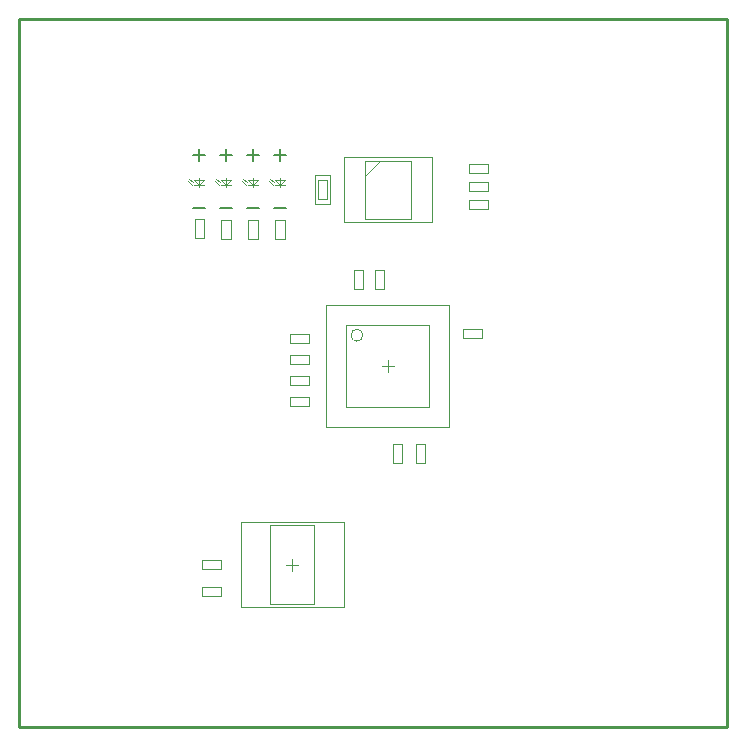
<source format=gko>
G04*
G04 #@! TF.GenerationSoftware,Altium Limited,Altium Designer,21.6.1 (37)*
G04*
G04 Layer_Color=16711935*
%FSTAX24Y24*%
%MOIN*%
G70*
G04*
G04 #@! TF.SameCoordinates,EF07AD57-FAF1-4C8D-99CD-AC66FC3846F0*
G04*
G04*
G04 #@! TF.FilePolarity,Positive*
G04*
G01*
G75*
%ADD14C,0.0100*%
%ADD21C,0.0039*%
%ADD22C,0.0020*%
%ADD23C,0.0080*%
D14*
X01Y01D02*
X0336D01*
Y0336D01*
X01D02*
X0336D01*
X01Y01D02*
Y0336D01*
D21*
X02145Y023047D02*
G03*
X02145Y023047I-000197J0D01*
G01*
X020899Y020645D02*
Y023401D01*
X023655D02*
X023655Y020645D01*
X020899Y023401D02*
X023655D01*
X020899Y020645D02*
X023655D01*
X024985Y027843D02*
Y028157D01*
X025615Y027843D02*
Y028157D01*
X024985D02*
X025615D01*
X024985Y027843D02*
X025615D01*
X024985Y028757D02*
X025615D01*
X024985Y028443D02*
X025615D01*
X024985D02*
Y028757D01*
X025615Y028443D02*
Y028757D01*
X020259Y027585D02*
Y028215D01*
X019941Y027585D02*
X020259D01*
X019941D02*
Y028215D01*
X020259D01*
X021509Y028865D02*
X023045D01*
Y026935D02*
Y028865D01*
X021509Y026935D02*
X023045D01*
X021509D02*
Y028865D01*
Y028365D02*
X022009Y028865D01*
X018328Y028184D02*
X018446Y028066D01*
X018367Y028263D02*
X018485Y028144D01*
X018689Y027985D02*
Y0283D01*
X018532Y028064D02*
X018846D01*
X018689D02*
X018846Y028221D01*
X018532D02*
X018689Y028064D01*
X018532Y028221D02*
X018846D01*
X017428Y028184D02*
X017546Y028066D01*
X017467Y028263D02*
X017585Y028144D01*
X017789Y027985D02*
Y0283D01*
X017631Y028064D02*
X017946D01*
X017789D02*
X017946Y028221D01*
X017631D02*
X017789Y028064D01*
X017631Y028221D02*
X017946D01*
X016731Y028221D02*
X017046D01*
X016731D02*
X016889Y028064D01*
X017046Y028221D01*
X016731Y028064D02*
X017046D01*
X016889Y027985D02*
Y0283D01*
X016567Y028263D02*
X016685Y028144D01*
X016528Y028184D02*
X016646Y028066D01*
X015832Y028221D02*
X016146D01*
X015832D02*
X015989Y028064D01*
X016146Y028221D01*
X015832Y028064D02*
X016146D01*
X015989Y027985D02*
Y0283D01*
X015667Y028263D02*
X015785Y028144D01*
X015628Y028184D02*
X015746Y028066D01*
X017046Y026268D02*
Y026897D01*
X016731Y026268D02*
Y026897D01*
X017046D01*
X016731Y026268D02*
X017046D01*
X016157Y02629D02*
Y02692D01*
X015843Y02629D02*
Y02692D01*
X016157D01*
X015843Y02629D02*
X016157D01*
X018372Y014074D02*
Y016712D01*
X019828Y014074D02*
Y016712D01*
X018372D02*
X019828D01*
X018372Y014074D02*
X019828D01*
X017946Y026268D02*
Y026897D01*
X017631Y026268D02*
Y026897D01*
X017946D01*
X017631Y026268D02*
X017946D01*
X018846D02*
Y026897D01*
X018532Y026268D02*
Y026897D01*
X018846D01*
X018532Y026268D02*
X018846D01*
X022757Y018785D02*
Y019415D01*
X022443Y018785D02*
Y019415D01*
X022757D01*
X022443Y018785D02*
X022757D01*
X021843Y024585D02*
X022157D01*
X021843Y025215D02*
X022157D01*
X021843Y024585D02*
Y025215D01*
X022157Y024585D02*
Y025215D01*
X024785Y022943D02*
Y023257D01*
X025415Y022943D02*
Y023257D01*
X024785D02*
X025415D01*
X024785Y022943D02*
X025415D01*
X019655Y021383D02*
Y021697D01*
X019025Y021383D02*
Y021697D01*
Y021383D02*
X019655D01*
X019025Y021697D02*
X019655D01*
X021457Y024585D02*
Y025215D01*
X021143Y024585D02*
Y025215D01*
X021457D01*
X021143Y024585D02*
X021457D01*
X023215Y019425D02*
X02353D01*
X023215Y018795D02*
X02353D01*
Y019425D01*
X023215Y018795D02*
Y019425D01*
X019655Y022783D02*
Y023097D01*
X019025Y022783D02*
Y023097D01*
Y022783D02*
X019655D01*
X019025Y023097D02*
X019655D01*
X019655Y020683D02*
Y020997D01*
X019025Y020683D02*
Y020997D01*
Y020683D02*
X019655D01*
X019025Y020997D02*
X019655D01*
X019655Y022083D02*
Y022397D01*
X019025Y022083D02*
Y022397D01*
Y022083D02*
X019655D01*
X019025Y022397D02*
X019655D01*
X016085Y015243D02*
X016715D01*
X016085Y015557D02*
X016715D01*
Y015243D02*
Y015557D01*
X016085Y015243D02*
Y015557D01*
X025615Y027243D02*
Y027557D01*
X024985Y027243D02*
Y027557D01*
Y027243D02*
X025615D01*
X024985Y027557D02*
X025615D01*
X01608Y014343D02*
X01671D01*
X01608Y014657D02*
X01671D01*
Y014343D02*
Y014657D01*
X01608Y014343D02*
Y014657D01*
X02208Y022023D02*
X022474D01*
X022277Y021826D02*
Y02222D01*
X017387Y013976D02*
Y016811D01*
X020813Y013976D02*
Y016811D01*
X017387D02*
X020813D01*
X017387Y013976D02*
X020813D01*
X018903Y015393D02*
X019297D01*
X0191Y015196D02*
Y01559D01*
D22*
X02023Y019976D02*
Y02407D01*
X024324Y019976D02*
Y02407D01*
X02023D02*
X024324D01*
X02023Y019976D02*
X024324D01*
X020356Y027412D02*
Y028388D01*
X019844Y027412D02*
X020356D01*
X019844D02*
Y028388D01*
X020356D01*
X02081Y028983D02*
X023743D01*
Y026817D02*
Y028983D01*
X02081Y026817D02*
X023743D01*
X02081D02*
Y028983D01*
D23*
X018492Y027276D02*
X018886D01*
X018492Y029048D02*
X018886D01*
X018689Y028851D02*
Y029245D01*
X017592Y027276D02*
X017986D01*
X017592Y029048D02*
X017986D01*
X017789Y028851D02*
Y029245D01*
X016889Y028851D02*
Y029245D01*
X016692Y029048D02*
X017086D01*
X016692Y027276D02*
X017086D01*
X015989Y028851D02*
Y029245D01*
X015792Y029048D02*
X016186D01*
X015792Y027276D02*
X016186D01*
M02*

</source>
